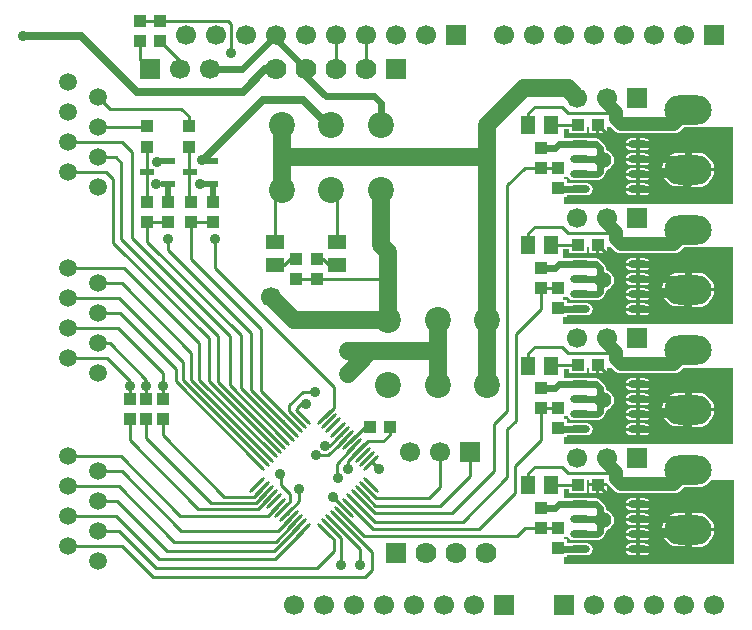
<source format=gtl>
%FSLAX42Y42*%
%MOMM*%
G71*
G01*
G75*
G04 Layer_Physical_Order=1*
G04 Layer_Color=255*
%ADD10R,1.00X1.10*%
%ADD11R,1.30X1.50*%
%ADD12O,1.70X0.60*%
%ADD13R,1.10X1.00*%
%ADD14R,1.20X0.60*%
G04:AMPARAMS|DCode=15|XSize=0.3mm|YSize=1.8mm|CornerRadius=0mm|HoleSize=0mm|Usage=FLASHONLY|Rotation=315.000|XOffset=0mm|YOffset=0mm|HoleType=Round|Shape=Round|*
%AMOVALD15*
21,1,1.50,0.30,0.00,0.00,45.0*
1,1,0.30,-0.53,-0.53*
1,1,0.30,0.53,0.53*
%
%ADD15OVALD15*%

G04:AMPARAMS|DCode=16|XSize=0.3mm|YSize=1.8mm|CornerRadius=0mm|HoleSize=0mm|Usage=FLASHONLY|Rotation=225.000|XOffset=0mm|YOffset=0mm|HoleType=Round|Shape=Round|*
%AMOVALD16*
21,1,1.50,0.30,0.00,0.00,315.0*
1,1,0.30,-0.53,0.53*
1,1,0.30,0.53,-0.53*
%
%ADD16OVALD16*%

%ADD17R,1.50X1.30*%
%ADD18C,0.60*%
%ADD19C,0.26*%
%ADD20C,1.20*%
%ADD21C,0.25*%
%ADD22C,0.70*%
%ADD23C,0.50*%
%ADD24C,1.50*%
%ADD25C,1.50*%
%ADD26O,4.00X2.50*%
%ADD27C,2.20*%
%ADD28C,1.70*%
%ADD29R,1.70X1.70*%
%ADD30R,1.78X1.78*%
%ADD31C,1.78*%
%ADD32C,0.90*%
%ADD33C,1.40*%
G36*
X27448Y20793D02*
X27510D01*
Y20842D01*
X27548D01*
X27573Y20818D01*
X27573D01*
X27573Y20818D01*
X27573Y20818D01*
Y20818D01*
X27590Y20805D01*
X27609Y20797D01*
X27630Y20794D01*
X28084D01*
X28105Y20797D01*
X28125Y20805D01*
X28141Y20818D01*
X28166Y20842D01*
X28577D01*
Y20192D01*
X27142D01*
Y20251D01*
X27170D01*
Y20266D01*
X27230D01*
X27230Y20266D01*
X27340D01*
X27359Y20270D01*
X27376Y20281D01*
X27387Y20297D01*
X27391Y20317D01*
X27387Y20336D01*
X27376Y20353D01*
X27359Y20364D01*
X27340Y20368D01*
X27285D01*
X27285Y20368D01*
X27170D01*
Y20401D01*
X27142D01*
Y20421D01*
X27170D01*
Y20424D01*
X27183Y20426D01*
X27183Y20424D01*
X27194Y20408D01*
X27210Y20397D01*
X27230Y20393D01*
X27340D01*
X27340Y20393D01*
X27429D01*
X27448Y20397D01*
X27465Y20408D01*
X27486Y20429D01*
X27497Y20446D01*
X27498Y20449D01*
X27501Y20465D01*
Y20477D01*
X27503Y20477D01*
X27525Y20486D01*
X27544Y20501D01*
X27559Y20520D01*
X27568Y20542D01*
X27571Y20565D01*
X27568Y20589D01*
X27559Y20610D01*
X27544Y20629D01*
X27525Y20644D01*
X27503Y20653D01*
X27501Y20653D01*
Y20665D01*
X27497Y20685D01*
X27486Y20701D01*
X27453Y20734D01*
X27437Y20745D01*
X27417Y20749D01*
X27142D01*
Y20829D01*
X27190D01*
Y20793D01*
X27340D01*
Y20842D01*
X27360D01*
Y20793D01*
X27422D01*
Y20863D01*
X27448D01*
Y20793D01*
D02*
G37*
G36*
Y19777D02*
X27510D01*
Y19821D01*
X27554D01*
X27573Y19802D01*
X27573D01*
X27573Y19802D01*
X27573Y19802D01*
Y19802D01*
X27590Y19789D01*
X27609Y19781D01*
X27630Y19778D01*
X28084D01*
X28105Y19781D01*
X28125Y19789D01*
X28141Y19802D01*
X28161Y19821D01*
X28583D01*
Y19181D01*
X27148D01*
Y19241D01*
X27170D01*
Y19250D01*
X27230D01*
X27230Y19250D01*
X27340D01*
X27359Y19254D01*
X27376Y19265D01*
X27387Y19281D01*
X27391Y19301D01*
X27387Y19320D01*
X27376Y19337D01*
X27359Y19348D01*
X27340Y19352D01*
X27285D01*
X27285Y19352D01*
X27170D01*
Y19391D01*
X27148D01*
Y19411D01*
X27170D01*
Y19411D01*
X27182D01*
X27183Y19408D01*
X27194Y19392D01*
X27210Y19381D01*
X27230Y19377D01*
X27340D01*
X27340Y19377D01*
X27429D01*
X27448Y19381D01*
X27465Y19392D01*
X27486Y19413D01*
X27497Y19430D01*
X27498Y19433D01*
X27501Y19449D01*
Y19461D01*
X27503Y19461D01*
X27525Y19470D01*
X27544Y19485D01*
X27559Y19504D01*
X27568Y19526D01*
X27571Y19549D01*
X27568Y19573D01*
X27559Y19594D01*
X27544Y19613D01*
X27525Y19628D01*
X27503Y19637D01*
X27501Y19637D01*
Y19649D01*
X27497Y19669D01*
X27486Y19685D01*
X27453Y19718D01*
X27437Y19729D01*
X27417Y19733D01*
X27148D01*
Y19813D01*
X27190D01*
Y19777D01*
X27340D01*
Y19821D01*
X27360D01*
Y19777D01*
X27422D01*
Y19847D01*
X27448D01*
Y19777D01*
D02*
G37*
G36*
X28587Y18161D02*
X27152D01*
Y18221D01*
X27170D01*
Y18234D01*
X27230D01*
X27230Y18234D01*
X27340D01*
X27359Y18238D01*
X27376Y18249D01*
X27387Y18265D01*
X27391Y18285D01*
X27387Y18304D01*
X27376Y18321D01*
X27359Y18332D01*
X27340Y18336D01*
X27285D01*
X27285Y18336D01*
X27170D01*
Y18371D01*
X27152D01*
Y18391D01*
X27170D01*
Y18393D01*
X27183Y18394D01*
X27183Y18392D01*
X27194Y18376D01*
X27210Y18365D01*
X27230Y18361D01*
X27340D01*
X27340Y18361D01*
X27429D01*
X27448Y18365D01*
X27465Y18376D01*
X27486Y18397D01*
X27497Y18414D01*
X27498Y18417D01*
X27501Y18433D01*
Y18445D01*
X27503Y18445D01*
X27525Y18454D01*
X27544Y18469D01*
X27559Y18488D01*
X27568Y18510D01*
X27571Y18533D01*
X27568Y18557D01*
X27559Y18578D01*
X27544Y18597D01*
X27525Y18612D01*
X27503Y18621D01*
X27501Y18621D01*
Y18633D01*
X27497Y18653D01*
X27486Y18669D01*
X27453Y18702D01*
X27437Y18713D01*
X27417Y18717D01*
X27152D01*
Y18797D01*
X27190D01*
Y18761D01*
X27340D01*
Y18871D01*
X27360D01*
Y18844D01*
X27510D01*
Y18836D01*
X27522Y18840D01*
X27533Y18826D01*
X27573Y18786D01*
X27573D01*
X27573Y18786D01*
X27573Y18786D01*
Y18786D01*
X27590Y18773D01*
X27609Y18765D01*
X27630Y18762D01*
X28084D01*
X28105Y18765D01*
X28125Y18773D01*
X28141Y18786D01*
X28168Y18812D01*
X28275D01*
X28313Y18817D01*
X28348Y18832D01*
X28378Y18855D01*
X28390Y18871D01*
X28587D01*
Y18161D01*
D02*
G37*
G36*
X27448Y21809D02*
X27510D01*
Y21860D01*
X27547D01*
X27573Y21834D01*
X27573D01*
X27573Y21834D01*
X27573Y21834D01*
Y21834D01*
X27590Y21821D01*
X27609Y21813D01*
X27630Y21810D01*
X28084D01*
X28105Y21813D01*
X28125Y21821D01*
X28141Y21834D01*
X28168Y21860D01*
X28582D01*
Y21210D01*
X27147D01*
Y21271D01*
X27170D01*
Y21282D01*
X27340D01*
X27359Y21286D01*
X27376Y21297D01*
X27387Y21313D01*
X27391Y21333D01*
X27387Y21352D01*
X27376Y21369D01*
X27359Y21380D01*
X27340Y21384D01*
X27170D01*
Y21421D01*
X27147D01*
Y21441D01*
X27170D01*
Y21441D01*
X27183D01*
X27183Y21440D01*
X27194Y21424D01*
X27210Y21413D01*
X27230Y21409D01*
X27429D01*
X27448Y21413D01*
X27465Y21424D01*
X27486Y21445D01*
X27497Y21462D01*
X27498Y21465D01*
X27501Y21481D01*
Y21493D01*
X27503Y21493D01*
X27525Y21502D01*
X27544Y21517D01*
X27559Y21536D01*
X27568Y21558D01*
X27571Y21581D01*
X27568Y21605D01*
X27559Y21626D01*
X27544Y21645D01*
X27525Y21660D01*
X27503Y21669D01*
X27501Y21669D01*
Y21681D01*
X27497Y21701D01*
X27486Y21717D01*
X27453Y21750D01*
X27437Y21761D01*
X27417Y21765D01*
X27147D01*
Y21845D01*
X27190D01*
Y21809D01*
X27340D01*
Y21860D01*
X27360D01*
Y21809D01*
X27422D01*
Y21879D01*
X27448D01*
Y21809D01*
D02*
G37*
%LPC*%
G36*
X28420Y19454D02*
X28213D01*
Y19320D01*
X28275D01*
X28313Y19325D01*
X28348Y19340D01*
X28378Y19363D01*
X28402Y19394D01*
X28416Y19429D01*
X28420Y19454D01*
D02*
G37*
G36*
X28187D02*
X27980D01*
X27984Y19429D01*
X27998Y19394D01*
X28022Y19363D01*
X28052Y19340D01*
X28087Y19325D01*
X28125Y19320D01*
X28187D01*
Y19454D01*
D02*
G37*
G36*
X27878Y19415D02*
X27788D01*
Y19377D01*
X27830D01*
X27849Y19381D01*
X27866Y19392D01*
X27877Y19408D01*
X27878Y19415D01*
D02*
G37*
G36*
X27762D02*
X27671D01*
X27673Y19408D01*
X27684Y19392D01*
X27700Y19381D01*
X27720Y19377D01*
X27762D01*
Y19415D01*
D02*
G37*
G36*
X27830Y19352D02*
X27788D01*
Y19314D01*
X27878D01*
X27877Y19320D01*
X27866Y19337D01*
X27849Y19348D01*
X27830Y19352D01*
D02*
G37*
G36*
X27762Y19288D02*
X27671D01*
X27673Y19281D01*
X27684Y19265D01*
X27700Y19254D01*
X27720Y19250D01*
X27762D01*
Y19288D01*
D02*
G37*
G36*
X27510Y18818D02*
X27448D01*
Y18761D01*
X27510D01*
Y18818D01*
D02*
G37*
G36*
X27762Y19352D02*
X27720D01*
X27700Y19348D01*
X27684Y19337D01*
X27673Y19320D01*
X27671Y19314D01*
X27762D01*
Y19352D01*
D02*
G37*
G36*
X27878Y19288D02*
X27788D01*
Y19250D01*
X27830D01*
X27849Y19254D01*
X27866Y19265D01*
X27877Y19281D01*
X27878Y19288D01*
D02*
G37*
G36*
X27762Y19606D02*
X27720D01*
X27700Y19602D01*
X27684Y19591D01*
X27673Y19574D01*
X27671Y19568D01*
X27762D01*
Y19606D01*
D02*
G37*
G36*
X27878Y19542D02*
X27788D01*
Y19504D01*
X27830D01*
X27849Y19508D01*
X27866Y19519D01*
X27877Y19535D01*
X27878Y19542D01*
D02*
G37*
G36*
X27830Y19606D02*
X27788D01*
Y19568D01*
X27878D01*
X27877Y19574D01*
X27866Y19591D01*
X27849Y19602D01*
X27830Y19606D01*
D02*
G37*
G36*
X27878Y19669D02*
X27788D01*
Y19631D01*
X27830D01*
X27849Y19635D01*
X27866Y19646D01*
X27877Y19662D01*
X27878Y19669D01*
D02*
G37*
G36*
X27762D02*
X27671D01*
X27673Y19662D01*
X27684Y19646D01*
X27700Y19635D01*
X27720Y19631D01*
X27762D01*
Y19669D01*
D02*
G37*
G36*
X27830Y19479D02*
X27788D01*
Y19441D01*
X27878D01*
X27877Y19447D01*
X27866Y19464D01*
X27849Y19475D01*
X27830Y19479D01*
D02*
G37*
G36*
X27762D02*
X27720D01*
X27700Y19475D01*
X27684Y19464D01*
X27673Y19447D01*
X27671Y19441D01*
X27762D01*
Y19479D01*
D02*
G37*
G36*
X28187Y19613D02*
X28125D01*
X28087Y19608D01*
X28052Y19593D01*
X28022Y19570D01*
X27998Y19540D01*
X27984Y19505D01*
X27980Y19479D01*
X28187D01*
Y19613D01*
D02*
G37*
G36*
X27762Y19542D02*
X27671D01*
X27673Y19535D01*
X27684Y19519D01*
X27700Y19508D01*
X27720Y19504D01*
X27762D01*
Y19542D01*
D02*
G37*
G36*
X28275Y19613D02*
X28213D01*
Y19479D01*
X28420D01*
X28416Y19505D01*
X28402Y19540D01*
X28378Y19570D01*
X28348Y19593D01*
X28313Y19608D01*
X28275Y19613D01*
D02*
G37*
G36*
X27422Y18818D02*
X27360D01*
Y18761D01*
X27422D01*
Y18818D01*
D02*
G37*
G36*
X27762Y18399D02*
X27671D01*
X27673Y18392D01*
X27684Y18376D01*
X27700Y18365D01*
X27720Y18361D01*
X27762D01*
Y18399D01*
D02*
G37*
G36*
X28420Y18438D02*
X28213D01*
Y18304D01*
X28275D01*
X28313Y18309D01*
X28348Y18324D01*
X28378Y18347D01*
X28402Y18378D01*
X28416Y18413D01*
X28420Y18438D01*
D02*
G37*
G36*
X27878Y18399D02*
X27788D01*
Y18361D01*
X27830D01*
X27849Y18365D01*
X27866Y18376D01*
X27877Y18392D01*
X27878Y18399D01*
D02*
G37*
G36*
X27830Y18463D02*
X27788D01*
Y18425D01*
X27878D01*
X27877Y18431D01*
X27866Y18448D01*
X27849Y18459D01*
X27830Y18463D01*
D02*
G37*
G36*
X27762D02*
X27720D01*
X27700Y18459D01*
X27684Y18448D01*
X27673Y18431D01*
X27671Y18425D01*
X27762D01*
Y18463D01*
D02*
G37*
G36*
X27878Y18272D02*
X27788D01*
Y18234D01*
X27830D01*
X27849Y18238D01*
X27866Y18249D01*
X27877Y18265D01*
X27878Y18272D01*
D02*
G37*
G36*
X27762D02*
X27671D01*
X27673Y18265D01*
X27684Y18249D01*
X27700Y18238D01*
X27720Y18234D01*
X27762D01*
Y18272D01*
D02*
G37*
G36*
Y18336D02*
X27720D01*
X27700Y18332D01*
X27684Y18321D01*
X27673Y18304D01*
X27671Y18298D01*
X27762D01*
Y18336D01*
D02*
G37*
G36*
X28187Y18438D02*
X27980D01*
X27984Y18413D01*
X27998Y18378D01*
X28022Y18347D01*
X28052Y18324D01*
X28087Y18309D01*
X28125Y18304D01*
X28187D01*
Y18438D01*
D02*
G37*
G36*
X27830Y18336D02*
X27788D01*
Y18298D01*
X27878D01*
X27877Y18304D01*
X27866Y18321D01*
X27849Y18332D01*
X27830Y18336D01*
D02*
G37*
G36*
X27762Y18653D02*
X27671D01*
X27673Y18646D01*
X27684Y18630D01*
X27700Y18619D01*
X27720Y18615D01*
X27762D01*
Y18653D01*
D02*
G37*
G36*
X27830Y18590D02*
X27788D01*
Y18552D01*
X27878D01*
X27877Y18558D01*
X27866Y18575D01*
X27849Y18586D01*
X27830Y18590D01*
D02*
G37*
G36*
X27878Y18653D02*
X27788D01*
Y18615D01*
X27830D01*
X27849Y18619D01*
X27866Y18630D01*
X27877Y18646D01*
X27878Y18653D01*
D02*
G37*
G36*
X27830Y18717D02*
X27788D01*
Y18679D01*
X27878D01*
X27877Y18685D01*
X27866Y18702D01*
X27849Y18713D01*
X27830Y18717D01*
D02*
G37*
G36*
X27762D02*
X27720D01*
X27700Y18713D01*
X27684Y18702D01*
X27673Y18685D01*
X27671Y18679D01*
X27762D01*
Y18717D01*
D02*
G37*
G36*
X28275Y18597D02*
X28213D01*
Y18463D01*
X28420D01*
X28416Y18489D01*
X28402Y18524D01*
X28378Y18554D01*
X28348Y18577D01*
X28313Y18592D01*
X28275Y18597D01*
D02*
G37*
G36*
X28187D02*
X28125D01*
X28087Y18592D01*
X28052Y18577D01*
X28022Y18554D01*
X27998Y18524D01*
X27984Y18489D01*
X27980Y18463D01*
X28187D01*
Y18597D01*
D02*
G37*
G36*
X27762Y18526D02*
X27671D01*
X27673Y18519D01*
X27684Y18503D01*
X27700Y18492D01*
X27720Y18488D01*
X27762D01*
Y18526D01*
D02*
G37*
G36*
Y18590D02*
X27720D01*
X27700Y18586D01*
X27684Y18575D01*
X27673Y18558D01*
X27671Y18552D01*
X27762D01*
Y18590D01*
D02*
G37*
G36*
X27878Y18526D02*
X27788D01*
Y18488D01*
X27830D01*
X27849Y18492D01*
X27866Y18503D01*
X27877Y18519D01*
X27878Y18526D01*
D02*
G37*
G36*
X27762Y19733D02*
X27720D01*
X27700Y19729D01*
X27684Y19718D01*
X27673Y19701D01*
X27671Y19695D01*
X27762D01*
Y19733D01*
D02*
G37*
G36*
X28187Y21486D02*
X27980D01*
X27984Y21461D01*
X27998Y21426D01*
X28022Y21395D01*
X28052Y21372D01*
X28087Y21357D01*
X28125Y21352D01*
X28187D01*
Y21486D01*
D02*
G37*
G36*
X27830Y21384D02*
X27788D01*
Y21346D01*
X27878D01*
X27877Y21352D01*
X27866Y21369D01*
X27849Y21380D01*
X27830Y21384D01*
D02*
G37*
G36*
X28420Y21486D02*
X28213D01*
Y21352D01*
X28275D01*
X28313Y21357D01*
X28348Y21372D01*
X28378Y21395D01*
X28402Y21426D01*
X28416Y21461D01*
X28420Y21486D01*
D02*
G37*
G36*
X27878Y21447D02*
X27788D01*
Y21409D01*
X27830D01*
X27849Y21413D01*
X27866Y21424D01*
X27877Y21440D01*
X27878Y21447D01*
D02*
G37*
G36*
X27762D02*
X27671D01*
X27673Y21440D01*
X27684Y21424D01*
X27700Y21413D01*
X27720Y21409D01*
X27762D01*
Y21447D01*
D02*
G37*
G36*
Y21765D02*
X27720D01*
X27700Y21761D01*
X27684Y21750D01*
X27673Y21733D01*
X27671Y21727D01*
X27762D01*
Y21765D01*
D02*
G37*
G36*
X27830Y20749D02*
X27788D01*
Y20711D01*
X27878D01*
X27877Y20717D01*
X27866Y20734D01*
X27849Y20745D01*
X27830Y20749D01*
D02*
G37*
G36*
X27762Y21320D02*
X27671D01*
X27673Y21313D01*
X27684Y21297D01*
X27700Y21286D01*
X27720Y21282D01*
X27762D01*
Y21320D01*
D02*
G37*
G36*
Y21384D02*
X27720D01*
X27700Y21380D01*
X27684Y21369D01*
X27673Y21352D01*
X27671Y21346D01*
X27762D01*
Y21384D01*
D02*
G37*
G36*
X27878Y21320D02*
X27788D01*
Y21282D01*
X27830D01*
X27849Y21286D01*
X27866Y21297D01*
X27877Y21313D01*
X27878Y21320D01*
D02*
G37*
G36*
X27762Y21638D02*
X27720D01*
X27700Y21634D01*
X27684Y21623D01*
X27673Y21606D01*
X27671Y21600D01*
X27762D01*
Y21638D01*
D02*
G37*
G36*
X27878Y21574D02*
X27788D01*
Y21536D01*
X27830D01*
X27849Y21540D01*
X27866Y21551D01*
X27877Y21567D01*
X27878Y21574D01*
D02*
G37*
G36*
X27830Y21638D02*
X27788D01*
Y21600D01*
X27878D01*
X27877Y21606D01*
X27866Y21623D01*
X27849Y21634D01*
X27830Y21638D01*
D02*
G37*
G36*
X27878Y21701D02*
X27788D01*
Y21663D01*
X27830D01*
X27849Y21667D01*
X27866Y21678D01*
X27877Y21694D01*
X27878Y21701D01*
D02*
G37*
G36*
X27762D02*
X27671D01*
X27673Y21694D01*
X27684Y21678D01*
X27700Y21667D01*
X27720Y21663D01*
X27762D01*
Y21701D01*
D02*
G37*
G36*
X27830Y21511D02*
X27788D01*
Y21473D01*
X27878D01*
X27877Y21479D01*
X27866Y21496D01*
X27849Y21507D01*
X27830Y21511D01*
D02*
G37*
G36*
X27762D02*
X27720D01*
X27700Y21507D01*
X27684Y21496D01*
X27673Y21479D01*
X27671Y21473D01*
X27762D01*
Y21511D01*
D02*
G37*
G36*
X28187Y21645D02*
X28125D01*
X28087Y21640D01*
X28052Y21625D01*
X28022Y21602D01*
X27998Y21572D01*
X27984Y21537D01*
X27980Y21511D01*
X28187D01*
Y21645D01*
D02*
G37*
G36*
X27762Y21574D02*
X27671D01*
X27673Y21567D01*
X27684Y21551D01*
X27700Y21540D01*
X27720Y21536D01*
X27762D01*
Y21574D01*
D02*
G37*
G36*
X28275Y21645D02*
X28213D01*
Y21511D01*
X28420D01*
X28416Y21537D01*
X28402Y21572D01*
X28378Y21602D01*
X28348Y21625D01*
X28313Y21640D01*
X28275Y21645D01*
D02*
G37*
G36*
X27762Y20749D02*
X27720D01*
X27700Y20745D01*
X27684Y20734D01*
X27673Y20717D01*
X27671Y20711D01*
X27762D01*
Y20749D01*
D02*
G37*
G36*
X28187Y20470D02*
X27980D01*
X27984Y20445D01*
X27998Y20410D01*
X28022Y20379D01*
X28052Y20356D01*
X28087Y20341D01*
X28125Y20336D01*
X28187D01*
Y20470D01*
D02*
G37*
G36*
X27830Y20368D02*
X27788D01*
Y20330D01*
X27878D01*
X27877Y20336D01*
X27866Y20353D01*
X27849Y20364D01*
X27830Y20368D01*
D02*
G37*
G36*
X28420Y20470D02*
X28213D01*
Y20336D01*
X28275D01*
X28313Y20341D01*
X28348Y20356D01*
X28378Y20379D01*
X28402Y20410D01*
X28416Y20445D01*
X28420Y20470D01*
D02*
G37*
G36*
X27878Y20431D02*
X27788D01*
Y20393D01*
X27830D01*
X27849Y20397D01*
X27866Y20408D01*
X27877Y20424D01*
X27878Y20431D01*
D02*
G37*
G36*
X27762D02*
X27671D01*
X27673Y20424D01*
X27684Y20408D01*
X27700Y20397D01*
X27720Y20393D01*
X27762D01*
Y20431D01*
D02*
G37*
G36*
X27830Y21765D02*
X27788D01*
Y21727D01*
X27878D01*
X27877Y21733D01*
X27866Y21750D01*
X27849Y21761D01*
X27830Y21765D01*
D02*
G37*
G36*
Y19733D02*
X27788D01*
Y19695D01*
X27878D01*
X27877Y19701D01*
X27866Y19718D01*
X27849Y19729D01*
X27830Y19733D01*
D02*
G37*
G36*
X27762Y20304D02*
X27671D01*
X27673Y20297D01*
X27684Y20281D01*
X27700Y20270D01*
X27720Y20266D01*
X27762D01*
Y20304D01*
D02*
G37*
G36*
Y20368D02*
X27720D01*
X27700Y20364D01*
X27684Y20353D01*
X27673Y20336D01*
X27671Y20330D01*
X27762D01*
Y20368D01*
D02*
G37*
G36*
X27878Y20304D02*
X27788D01*
Y20266D01*
X27830D01*
X27849Y20270D01*
X27866Y20281D01*
X27877Y20297D01*
X27878Y20304D01*
D02*
G37*
G36*
X27762Y20622D02*
X27720D01*
X27700Y20618D01*
X27684Y20607D01*
X27673Y20590D01*
X27671Y20584D01*
X27762D01*
Y20622D01*
D02*
G37*
G36*
X27878Y20558D02*
X27788D01*
Y20520D01*
X27830D01*
X27849Y20524D01*
X27866Y20535D01*
X27877Y20551D01*
X27878Y20558D01*
D02*
G37*
G36*
X27830Y20622D02*
X27788D01*
Y20584D01*
X27878D01*
X27877Y20590D01*
X27866Y20607D01*
X27849Y20618D01*
X27830Y20622D01*
D02*
G37*
G36*
X27878Y20685D02*
X27788D01*
Y20647D01*
X27830D01*
X27849Y20651D01*
X27866Y20662D01*
X27877Y20678D01*
X27878Y20685D01*
D02*
G37*
G36*
X27762D02*
X27671D01*
X27673Y20678D01*
X27684Y20662D01*
X27700Y20651D01*
X27720Y20647D01*
X27762D01*
Y20685D01*
D02*
G37*
G36*
X27830Y20495D02*
X27788D01*
Y20457D01*
X27878D01*
X27877Y20463D01*
X27866Y20480D01*
X27849Y20491D01*
X27830Y20495D01*
D02*
G37*
G36*
X27762D02*
X27720D01*
X27700Y20491D01*
X27684Y20480D01*
X27673Y20463D01*
X27671Y20457D01*
X27762D01*
Y20495D01*
D02*
G37*
G36*
X28187Y20629D02*
X28125D01*
X28087Y20624D01*
X28052Y20609D01*
X28022Y20586D01*
X27998Y20556D01*
X27984Y20521D01*
X27980Y20495D01*
X28187D01*
Y20629D01*
D02*
G37*
G36*
X27762Y20558D02*
X27671D01*
X27673Y20551D01*
X27684Y20535D01*
X27700Y20524D01*
X27720Y20520D01*
X27762D01*
Y20558D01*
D02*
G37*
G36*
X28275Y20629D02*
X28213D01*
Y20495D01*
X28420D01*
X28416Y20521D01*
X28402Y20556D01*
X28378Y20586D01*
X28348Y20609D01*
X28313Y20624D01*
X28275Y20629D01*
D02*
G37*
%LPD*%
D10*
X23610Y19556D02*
D03*
Y19386D02*
D03*
X23470Y19556D02*
D03*
Y19386D02*
D03*
X23750Y19556D02*
D03*
Y19386D02*
D03*
X26950Y21516D02*
D03*
Y21686D02*
D03*
X27100Y21516D02*
D03*
Y21346D02*
D03*
X26950Y20496D02*
D03*
Y20666D02*
D03*
X27100Y20496D02*
D03*
Y20326D02*
D03*
X26950Y18466D02*
D03*
Y18636D02*
D03*
X27100Y18466D02*
D03*
Y18296D02*
D03*
X26950Y19486D02*
D03*
Y19656D02*
D03*
X27100Y19486D02*
D03*
Y19316D02*
D03*
X23620Y21866D02*
D03*
Y21696D02*
D03*
X23970Y21866D02*
D03*
Y21696D02*
D03*
X24180Y21056D02*
D03*
X24180Y21226D02*
D03*
X23990Y21226D02*
D03*
Y21056D02*
D03*
X23800D02*
D03*
Y21226D02*
D03*
X23620Y21226D02*
D03*
X23620Y21056D02*
D03*
X23730Y22756D02*
D03*
Y22586D02*
D03*
X23560Y22756D02*
D03*
Y22586D02*
D03*
X24880Y20746D02*
D03*
Y20576D02*
D03*
X25060Y20746D02*
D03*
Y20576D02*
D03*
D11*
X27035Y21879D02*
D03*
X26845D02*
D03*
X27035Y20861D02*
D03*
X26845D02*
D03*
X27035Y19841D02*
D03*
X26845D02*
D03*
X27035Y18831D02*
D03*
X26845D02*
D03*
D12*
X27775Y21333D02*
D03*
Y21460D02*
D03*
Y21587D02*
D03*
Y21714D02*
D03*
X27285Y21333D02*
D03*
Y21460D02*
D03*
Y21587D02*
D03*
Y21714D02*
D03*
X27775Y20317D02*
D03*
Y20444D02*
D03*
Y20571D02*
D03*
Y20698D02*
D03*
X27285Y20317D02*
D03*
Y20444D02*
D03*
Y20571D02*
D03*
Y20698D02*
D03*
X27775Y19301D02*
D03*
Y19428D02*
D03*
Y19555D02*
D03*
Y19682D02*
D03*
X27285Y19301D02*
D03*
Y19428D02*
D03*
Y19555D02*
D03*
Y19682D02*
D03*
X27775Y18285D02*
D03*
Y18412D02*
D03*
Y18539D02*
D03*
Y18666D02*
D03*
X27285Y18285D02*
D03*
Y18412D02*
D03*
Y18539D02*
D03*
Y18666D02*
D03*
D13*
X27435Y21879D02*
D03*
X27265D02*
D03*
X27435Y20863D02*
D03*
X27265D02*
D03*
X27435Y19847D02*
D03*
X27265D02*
D03*
X27435Y18831D02*
D03*
X27265D02*
D03*
X25675Y19321D02*
D03*
X25505D02*
D03*
D14*
X23984Y21477D02*
D03*
X24164Y21572D02*
D03*
Y21382D02*
D03*
X23616Y21477D02*
D03*
X23796Y21572D02*
D03*
Y21382D02*
D03*
D15*
X25515Y19018D02*
D03*
X25479Y19053D02*
D03*
X25444Y19088D02*
D03*
X25409Y19124D02*
D03*
X25373Y19159D02*
D03*
X25338Y19194D02*
D03*
X25303Y19230D02*
D03*
X25267Y19265D02*
D03*
X25232Y19300D02*
D03*
X25197Y19336D02*
D03*
X25161Y19371D02*
D03*
X25126Y19407D02*
D03*
X24553Y18834D02*
D03*
X24588Y18798D02*
D03*
X24624Y18763D02*
D03*
X24659Y18728D02*
D03*
X24694Y18692D02*
D03*
X24730Y18657D02*
D03*
X24765Y18622D02*
D03*
X24801Y18586D02*
D03*
X24836Y18551D02*
D03*
X24871Y18516D02*
D03*
X24907Y18480D02*
D03*
X24942Y18445D02*
D03*
D16*
Y19407D02*
D03*
X24907Y19371D02*
D03*
X24871Y19336D02*
D03*
X24836Y19300D02*
D03*
X24801Y19265D02*
D03*
X24765Y19230D02*
D03*
X24730Y19194D02*
D03*
X24694Y19159D02*
D03*
X24659Y19124D02*
D03*
X24624Y19088D02*
D03*
X24588Y19053D02*
D03*
X24553Y19018D02*
D03*
X25126Y18445D02*
D03*
X25161Y18480D02*
D03*
X25197Y18516D02*
D03*
X25232Y18551D02*
D03*
X25267Y18586D02*
D03*
X25303Y18622D02*
D03*
X25338Y18657D02*
D03*
X25373Y18692D02*
D03*
X25409Y18728D02*
D03*
X25444Y18763D02*
D03*
X25479Y18798D02*
D03*
X25515Y18834D02*
D03*
D17*
X25230Y20696D02*
D03*
Y20886D02*
D03*
X24700Y20696D02*
D03*
Y20886D02*
D03*
D18*
X27285Y21587D02*
X27444D01*
X27285Y21460D02*
X27429D01*
X27450Y21481D01*
X27417Y21714D02*
X27450Y21681D01*
X27285Y21714D02*
X27417D01*
X27775Y18539D02*
X28112D01*
X28200Y18311D02*
Y18451D01*
X27775Y18412D02*
X28161D01*
X28200Y18451D02*
Y18631D01*
X27775Y18285D02*
X28174D01*
X28200Y18311D01*
X28165Y18666D02*
X28200Y18631D01*
X27775Y18666D02*
X28165D01*
X28200Y19341D02*
Y19631D01*
X27775Y19428D02*
X28161D01*
X27775Y19555D02*
X28112D01*
X28160Y19301D02*
X28200Y19341D01*
X27775Y19301D02*
X28160D01*
X28149Y19682D02*
X28200Y19631D01*
X27775Y19682D02*
X28149D01*
X27775Y20571D02*
X28112D01*
X28200Y20351D02*
Y20483D01*
X27775Y20444D02*
X28161D01*
X28200Y20483D02*
Y20651D01*
X27775Y20317D02*
X28166D01*
X28200Y20351D01*
X28153Y20698D02*
X28200Y20651D01*
X27775Y20698D02*
X28153D01*
X28161Y21460D02*
X28200Y21499D01*
X27775Y21460D02*
X28161D01*
X28200Y21381D02*
Y21499D01*
X28152Y21333D02*
X28200Y21381D01*
X27775Y21333D02*
X28152D01*
X28200Y21499D02*
Y21671D01*
X28157Y21714D02*
X28200Y21671D01*
X27775Y21714D02*
X28157D01*
X27775Y21587D02*
X28112D01*
X27103Y21714D02*
X27285D01*
X27075Y21686D02*
X27103Y21714D01*
X26950Y21686D02*
X27075D01*
X27113Y21333D02*
X27285D01*
X27100Y21346D02*
X27113Y21333D01*
Y20317D02*
X27285D01*
X26950Y20670D02*
X27075D01*
X27103Y20698D01*
X27417D01*
X27450Y20665D01*
X27429Y20444D02*
X27450Y20465D01*
X27285Y20444D02*
X27429D01*
X27285Y20571D02*
X27444D01*
X27113Y18285D02*
X27285D01*
X26950Y18638D02*
X27075D01*
X27103Y18666D01*
X27417D01*
X27450Y18633D01*
X27429Y18412D02*
X27450Y18433D01*
X27285Y18412D02*
X27429D01*
X27285Y18539D02*
X27444D01*
X27113Y19301D02*
X27285D01*
X26950Y19654D02*
X27075D01*
X27103Y19682D01*
X27417D01*
X27450Y19649D01*
X27429Y19428D02*
X27450Y19449D01*
X27285Y19428D02*
X27429D01*
X27285Y19555D02*
X27444D01*
X24148Y22351D02*
X24422D01*
X24712Y22641D01*
Y22607D02*
Y22641D01*
Y22607D02*
X24968Y22351D01*
X25540Y22121D02*
X25600Y22061D01*
Y21881D02*
Y22061D01*
X27450Y18433D02*
Y18633D01*
Y19449D02*
Y19649D01*
Y20465D02*
Y20665D01*
Y21481D02*
Y21681D01*
X24968Y22283D02*
Y22351D01*
Y22283D02*
X25130Y22121D01*
X25540D01*
D19*
X27600Y21714D02*
X27775D01*
X27435Y21879D02*
X27600Y21714D01*
X27035Y21879D02*
X27265D01*
X24320Y19675D02*
X24765Y19230D01*
X22945Y20664D02*
X23427D01*
X24060Y20031D01*
Y19723D02*
Y20031D01*
Y19723D02*
X24659Y19124D01*
X22945Y20410D02*
X23381D01*
X23920Y19871D01*
Y19721D02*
Y19871D01*
Y19721D02*
X24588Y19053D01*
X23199Y20283D02*
X23388D01*
X23860Y19811D01*
Y19711D02*
Y19811D01*
Y19711D02*
X24553Y19018D01*
X23610Y19556D02*
Y19721D01*
X23302Y20029D02*
X23610Y19721D01*
X23199Y20029D02*
X23302D01*
X22945Y20156D02*
X23375D01*
X23750Y19781D01*
Y19556D02*
Y19781D01*
X22945Y19902D02*
X23279D01*
X23470Y19711D01*
Y19556D02*
Y19711D01*
X23750Y19251D02*
Y19386D01*
Y19251D02*
X24270Y18731D01*
X24521D01*
X24588Y18798D01*
X23610Y19231D02*
Y19386D01*
Y19231D02*
X24160Y18681D01*
X24542D01*
X24624Y18763D01*
X23470Y19211D02*
Y19386D01*
Y19211D02*
X24050Y18631D01*
X24562D01*
X24659Y18728D01*
X22945Y19074D02*
X23397D01*
X23199Y18947D02*
X23404D01*
X22945Y18820D02*
X23381D01*
X23199Y18693D02*
X23368D01*
X22945Y18312D02*
X23409D01*
X25232Y18551D02*
X25520Y18263D01*
X25197Y18516D02*
X25420Y18292D01*
X25161Y18480D02*
X25260Y18381D01*
X23199Y18439D02*
X23382D01*
X25126Y18445D02*
X25200Y18371D01*
X25317Y19032D02*
X25409Y19124D01*
X25317Y18968D02*
Y19032D01*
X25225Y19152D02*
X25303Y19230D01*
X25225Y18904D02*
Y19011D01*
X25373Y19159D01*
X25161D02*
X25267Y19265D01*
X25154Y19081D02*
X25303Y19230D01*
X25048Y19081D02*
X25154D01*
X25220Y22609D02*
Y22641D01*
X23560Y22431D02*
Y22586D01*
Y22431D02*
X23640Y22351D01*
X23730Y22586D02*
X23894Y22422D01*
Y22351D02*
Y22422D01*
X23560Y22756D02*
X23730D01*
X25197Y18728D02*
X25303Y18622D01*
X25444Y18763D02*
X25550Y18657D01*
X25515Y19018D02*
X25525Y19028D01*
X23199Y20283D02*
X23203D01*
X24801Y18586D02*
X24907Y18692D01*
Y18798D01*
X24885Y19463D02*
X24942Y19407D01*
X24885Y19463D02*
Y19484D01*
X24935Y19534D01*
X24949D01*
X24822Y19456D02*
X24907Y19371D01*
X24822Y19456D02*
Y19505D01*
X24935Y19619D01*
X25041D01*
X25479Y18798D02*
X25554Y18724D01*
X22945Y21990D02*
X22953Y21982D01*
X25197Y18516D02*
X25266Y18446D01*
X24802Y19405D02*
X24871Y19336D01*
X24766Y19370D02*
X24836Y19300D01*
X25126Y19407D02*
X25182Y19463D01*
X23706Y21569D02*
X23793D01*
X23796Y21572D01*
X24092Y21572D02*
X24164D01*
X24070Y21382D02*
X24164D01*
X23982Y21475D02*
X23984Y21477D01*
X23791Y21376D02*
X23796Y21382D01*
X23982Y21045D02*
X23982D01*
X24140Y19714D02*
X24694Y19159D01*
X24220Y19704D02*
X24730Y19194D01*
X25220Y22353D02*
Y22641D01*
X25474Y22353D02*
Y22641D01*
X25525Y19028D02*
X25585Y18968D01*
X25550Y18657D02*
X26096D01*
X26350Y18911D01*
Y19111D01*
X25554Y18724D02*
X26003D01*
X26096Y18817D01*
Y19111D01*
X25338Y19194D02*
X25465Y19321D01*
X25505D01*
X25409Y19124D02*
X25486Y19201D01*
X25620D01*
X25675Y19256D01*
Y19321D01*
X24140Y19714D02*
Y20071D01*
X24220Y19704D02*
Y20091D01*
X24320Y19675D02*
Y20091D01*
X23199Y21863D02*
X23617D01*
X23199Y22117D02*
X23305Y22011D01*
X23910D01*
X23970Y21951D01*
Y21866D02*
Y21951D01*
X23618Y21694D02*
X23620Y21696D01*
X23618Y21228D02*
X23620Y21226D01*
X23618Y21228D02*
Y21694D01*
X23970Y21246D02*
X23990Y21226D01*
X23970Y21246D02*
Y21696D01*
X23620Y21056D02*
X23800D01*
X23990Y21056D02*
X24180D01*
X24410Y19656D02*
X24801Y19265D01*
X24410Y19656D02*
Y20101D01*
X23620Y20891D02*
X24410Y20101D01*
X23620Y20891D02*
Y21056D01*
X24500Y19636D02*
X24836Y19300D01*
X24500Y19636D02*
Y20121D01*
X23800Y20821D02*
X24500Y20121D01*
X23800Y20821D02*
Y20911D01*
X24580Y19627D02*
X24871Y19336D01*
X26950Y21516D02*
X27100D01*
X27035Y20863D02*
X27265D01*
X27435D02*
X27600Y20698D01*
X27775D01*
X27035Y18831D02*
X27265D01*
X27435D02*
X27600Y18666D01*
X27775D01*
X27035Y19847D02*
X27265D01*
X27435D02*
X27600Y19682D01*
X27775D01*
X26845Y21879D02*
Y21976D01*
X26900Y22031D01*
X27130D01*
X27180Y21981D01*
X27540D01*
X27590Y21931D01*
X27180Y20965D02*
X27540D01*
X27130Y21015D02*
X27180Y20965D01*
X26900Y21015D02*
X27130D01*
X26845Y20960D02*
X26900Y21015D01*
X26845Y20863D02*
Y20960D01*
X27180Y19949D02*
X27540D01*
X27130Y19999D02*
X27180Y19949D01*
X26900Y19999D02*
X27130D01*
X26845Y19944D02*
X26900Y19999D01*
X26845Y19847D02*
Y19944D01*
X27180Y18933D02*
X27540D01*
X27130Y18983D02*
X27180Y18933D01*
X26900Y18983D02*
X27130D01*
X26845Y18928D02*
X26900Y18983D01*
X26845Y18831D02*
Y18928D01*
X26950Y18468D02*
X27100D01*
X26730Y18991D02*
X26950Y19211D01*
Y19484D01*
X27100D01*
X26740Y20111D02*
X26950Y20321D01*
Y20500D01*
X26950D02*
X27100D01*
X26670Y21371D02*
X26815Y21516D01*
X26950D01*
X24700Y21271D02*
X24760Y21331D01*
X24700Y20886D02*
Y21271D01*
X25180Y21331D02*
X25230Y21281D01*
Y20886D02*
Y21281D01*
X23490Y20921D02*
X24320Y20091D01*
X22945Y21736D02*
X23405D01*
X23490Y21651D01*
Y20921D02*
Y21651D01*
X23199Y21609D02*
X23352D01*
X23400Y21561D01*
Y20911D02*
X24220Y20091D01*
X23400Y20911D02*
Y21561D01*
X22945Y21482D02*
X23269D01*
X23331Y21420D01*
Y20880D02*
X24140Y20071D01*
X23331Y20880D02*
Y21420D01*
X24081Y21583D02*
X24092Y21572D01*
X23730Y22756D02*
X23733Y22759D01*
X24302D01*
X24330Y22731D01*
Y22491D02*
Y22731D01*
X22945Y18566D02*
X23355D01*
X23397Y19074D02*
X23900Y18571D01*
X24644D01*
X24730Y18657D01*
X26815Y18466D02*
X26950D01*
X24765Y18622D02*
Y18624D01*
X24831Y18690D01*
Y18752D01*
X24750Y18832D02*
Y18911D01*
Y18832D02*
X24831Y18752D01*
X25420Y18151D02*
Y18292D01*
X25260Y18381D02*
X25260Y18151D01*
X23404Y18947D02*
X23910Y18441D01*
X24726D01*
X24836Y18551D01*
X23381Y18820D02*
X23850Y18351D01*
X24707D01*
X24871Y18516D01*
X23368Y18693D02*
X23790Y18271D01*
X24697D01*
X24907Y18480D01*
X23355Y18566D02*
X23720Y18201D01*
X24698D01*
X24942Y18445D01*
X23382Y18439D02*
X23690Y18131D01*
X23409Y18312D02*
X23670Y18051D01*
X25520Y18111D02*
Y18263D01*
X25460Y18051D02*
X25520Y18111D01*
X23670Y18051D02*
X25460D01*
X23690Y18131D02*
X25060D01*
X25200Y18271D01*
Y18371D01*
X26560Y18951D02*
Y19351D01*
X26670Y19461D01*
Y21371D01*
Y18901D02*
Y19301D01*
X26740Y19371D01*
Y20111D01*
X26730Y18761D02*
Y18991D01*
X25409Y18728D02*
X25545Y18591D01*
X26200D01*
X26560Y18951D01*
X25373Y18692D02*
X25545Y18521D01*
X26290D01*
X26670Y18901D01*
X25338Y18657D02*
X25534Y18461D01*
X26430D01*
X26730Y18761D01*
X25267Y18586D02*
X25452Y18401D01*
X26750D01*
X26815Y18466D01*
X23990Y20741D02*
Y21056D01*
Y20741D02*
X24580Y20151D01*
Y19627D02*
Y20151D01*
X24190Y20671D02*
Y20911D01*
X25126Y19407D02*
X25200Y19481D01*
Y19661D01*
X24190Y20671D02*
X25200Y19661D01*
X24700Y20696D02*
X24775D01*
X24825Y20746D01*
X24880D01*
X25060Y20746D02*
X25105D01*
X25155Y20696D01*
X25230D01*
X24880Y20576D02*
X25645D01*
D20*
X27516Y19017D02*
Y19060D01*
Y19017D02*
X27590Y18943D01*
Y18883D02*
Y18943D01*
Y18883D02*
X27630Y18843D01*
X28084D01*
X28200Y18959D01*
X27516Y20033D02*
Y20076D01*
Y20033D02*
X27590Y19959D01*
Y19899D02*
Y19959D01*
Y19899D02*
X27630Y19859D01*
X28084D01*
X28200Y19975D01*
X27516Y21049D02*
Y21092D01*
Y21049D02*
X27590Y20975D01*
Y20915D02*
Y20975D01*
Y20915D02*
X27630Y20875D01*
X28084D01*
X28200Y20991D01*
X28084Y21891D02*
X28200Y22007D01*
X27630Y21891D02*
X28084D01*
X27590Y21931D02*
X27630Y21891D01*
X27590Y21931D02*
Y21991D01*
X27516Y22065D02*
X27590Y21991D01*
X27516Y22065D02*
Y22108D01*
D21*
X23199Y20537D02*
X23404D01*
X23990Y19951D01*
Y19722D02*
Y19951D01*
Y19722D02*
X24624Y19088D01*
D22*
X23060Y22631D02*
X23530Y22161D01*
X22570Y22631D02*
X23060D01*
X23530Y22161D02*
X24430D01*
X24620Y22351D01*
X24714D01*
X24092Y21583D02*
X24600Y22091D01*
X24940D01*
X25150Y21881D01*
X25180D01*
D23*
X24180Y21226D02*
Y21365D01*
X23800Y21226D02*
Y21367D01*
D24*
X24760Y21331D02*
Y21611D01*
Y21881D01*
X25510Y19961D02*
X26080D01*
Y19681D02*
Y19961D01*
Y20231D01*
X25320Y19961D02*
X25510D01*
X25320Y19771D02*
X25510Y19961D01*
X25600Y20861D02*
Y21331D01*
Y20861D02*
X25660Y20801D01*
Y20231D02*
Y20801D01*
X24860Y20231D02*
X25660D01*
X24670Y20421D02*
X24860Y20231D01*
X26500D02*
Y21611D01*
X24760D02*
X26500D01*
Y21879D01*
Y19681D02*
Y20231D01*
X27179Y22191D02*
X27262Y22108D01*
X26500Y21879D02*
X26812Y22191D01*
X27179D01*
D25*
X23199Y21355D02*
D03*
X22945Y21482D02*
D03*
X23199Y21609D02*
D03*
X22945Y21736D02*
D03*
Y21990D02*
D03*
X23199Y22117D02*
D03*
Y21863D02*
D03*
X22945Y22244D02*
D03*
Y20664D02*
D03*
X23199Y20283D02*
D03*
Y20537D02*
D03*
X22945Y20410D02*
D03*
Y20156D02*
D03*
X23199Y20029D02*
D03*
X22945Y19902D02*
D03*
X23199Y19775D02*
D03*
Y18185D02*
D03*
X22945Y18312D02*
D03*
X23199Y18439D02*
D03*
X22945Y18566D02*
D03*
Y18820D02*
D03*
X23199Y18947D02*
D03*
Y18693D02*
D03*
X22945Y19074D02*
D03*
X25320Y19961D02*
D03*
D26*
X28200Y18451D02*
D03*
Y18959D02*
D03*
Y19975D02*
D03*
Y19467D02*
D03*
Y20483D02*
D03*
Y20991D02*
D03*
Y22007D02*
D03*
Y21499D02*
D03*
D27*
X25660Y20231D02*
D03*
X26080D02*
D03*
X26500D02*
D03*
X25660Y19681D02*
D03*
X26080D02*
D03*
X26500D02*
D03*
X24760Y21881D02*
D03*
X25180D02*
D03*
X25600D02*
D03*
X24760Y21331D02*
D03*
X25180D02*
D03*
X25600D02*
D03*
D28*
X23894Y22351D02*
D03*
X24148D02*
D03*
X25842Y19111D02*
D03*
X26096D02*
D03*
X27516Y19060D02*
D03*
X27262D02*
D03*
Y20076D02*
D03*
X27516D02*
D03*
Y21092D02*
D03*
X27262D02*
D03*
Y22108D02*
D03*
X27516D02*
D03*
X27404Y17815D02*
D03*
X27912D02*
D03*
X28166D02*
D03*
X27658D02*
D03*
X28420D02*
D03*
X26388D02*
D03*
X25880D02*
D03*
X25626D02*
D03*
X24864D02*
D03*
X25118D02*
D03*
X26134D02*
D03*
X25372D02*
D03*
X28166Y22641D02*
D03*
X27658D02*
D03*
X27404D02*
D03*
X26642D02*
D03*
X26896D02*
D03*
X27912D02*
D03*
X27150D02*
D03*
X25474D02*
D03*
X25728D02*
D03*
X24712D02*
D03*
X24966D02*
D03*
X24204D02*
D03*
X23950D02*
D03*
X25982D02*
D03*
X25220D02*
D03*
X24458D02*
D03*
X24670Y20421D02*
D03*
D29*
X23640Y22351D02*
D03*
X26350Y19111D02*
D03*
X27770Y19060D02*
D03*
Y20076D02*
D03*
Y21092D02*
D03*
Y22108D02*
D03*
X27150Y17815D02*
D03*
X26642D02*
D03*
X28420Y22641D02*
D03*
X26236D02*
D03*
D30*
X25730Y18251D02*
D03*
Y22351D02*
D03*
D31*
X25984Y18251D02*
D03*
X26492D02*
D03*
X26238D02*
D03*
X25222Y22351D02*
D03*
X24714D02*
D03*
X24968D02*
D03*
X25476D02*
D03*
D32*
X23750Y19671D02*
D03*
X23610D02*
D03*
X23470D02*
D03*
X25260Y18151D02*
D03*
X25317Y18968D02*
D03*
X25239Y18890D02*
D03*
X25126Y19159D02*
D03*
X25048Y19081D02*
D03*
X25585Y18968D02*
D03*
X25197Y18728D02*
D03*
X22570Y22631D02*
D03*
X24907Y18798D02*
D03*
X24963Y19520D02*
D03*
X25041Y19619D02*
D03*
X23706Y21569D02*
D03*
X24081Y21583D02*
D03*
X23696Y21382D02*
D03*
X24070D02*
D03*
X23800Y20911D02*
D03*
X24190D02*
D03*
X24330Y22491D02*
D03*
X25320Y19771D02*
D03*
X24740Y18921D02*
D03*
X25420Y18151D02*
D03*
D33*
X27480Y21581D02*
D03*
Y20565D02*
D03*
Y18533D02*
D03*
Y19549D02*
D03*
X26500Y21879D02*
D03*
M02*

</source>
